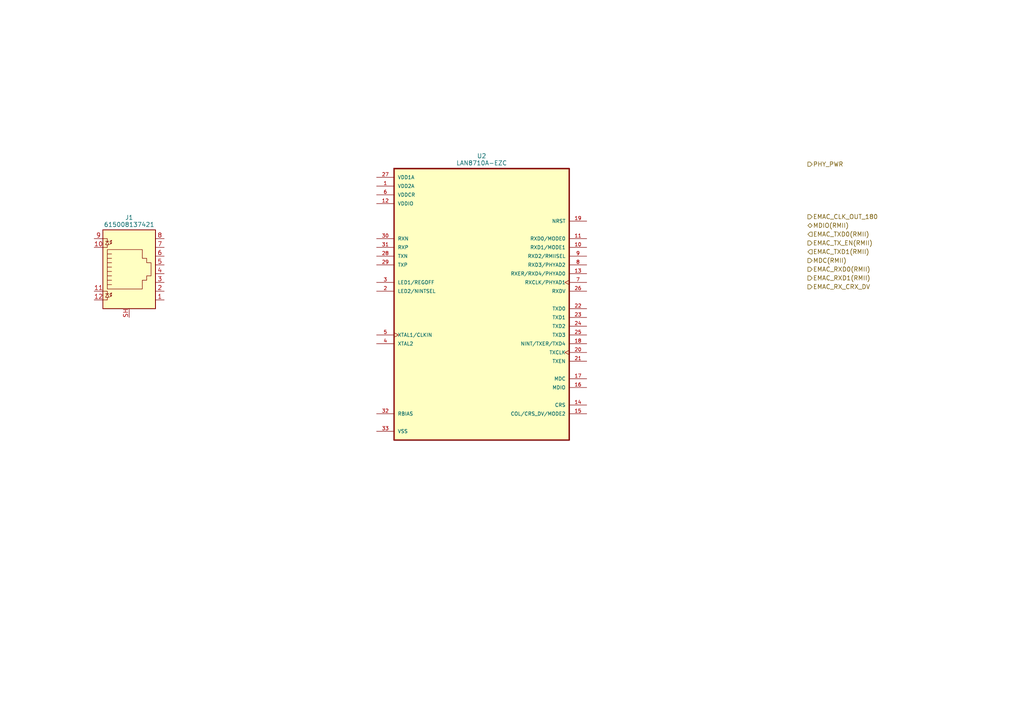
<source format=kicad_sch>
(kicad_sch (version 20230121) (generator eeschema)
  (paper "A4")
  (lib_symbols
    (symbol "manul_tech:615008137421" (pin_names (offset 1.016))
      (property "Reference" "J" (at -5.08 13.97 0))
      (property "Value" "615008137421" (at 1.27 13.97 0))
      (symbol "615008137421_0_1"
        (polyline (pts (xy -7.62 -7.62) (xy -6.35 -7.62)))
        (polyline (pts (xy -7.62 -5.08) (xy -6.35 -5.08)))
        (polyline (pts (xy -7.62 7.62) (xy -6.35 7.62)))
        (polyline (pts (xy -7.62 10.16) (xy -6.35 10.16)))
        (polyline (pts (xy -6.858 -5.842) (xy -5.842 -5.842)))
        (polyline (pts (xy -6.858 9.398) (xy -5.842 9.398)))
        (polyline (pts (xy -6.35 -7.62) (xy -6.35 -6.858)))
        (polyline (pts (xy -6.35 -5.08) (xy -6.35 -5.842)))
        (polyline (pts (xy -6.35 7.62) (xy -6.35 8.382)))
        (polyline (pts (xy -6.35 10.16) (xy -6.35 9.398)))
        (polyline (pts (xy -5.08 -6.223) (xy -5.207 -6.604)))
        (polyline (pts (xy -5.08 -5.588) (xy -5.207 -5.969)))
        (polyline (pts (xy -5.08 4.445) (xy -6.35 4.445)))
        (polyline (pts (xy -5.08 5.715) (xy -6.35 5.715)))
        (polyline (pts (xy -5.08 9.017) (xy -5.207 8.636)))
        (polyline (pts (xy -5.08 9.652) (xy -5.207 9.271)))
        (polyline (pts (xy -6.35 -3.175) (xy -5.08 -3.175) (xy -5.08 -3.175)))
        (polyline (pts (xy -6.35 -1.905) (xy -5.08 -1.905) (xy -5.08 -1.905)))
        (polyline (pts (xy -6.35 -0.635) (xy -5.08 -0.635) (xy -5.08 -0.635)))
        (polyline (pts (xy -6.35 0.635) (xy -5.08 0.635) (xy -5.08 0.635)))
        (polyline (pts (xy -6.35 1.905) (xy -5.08 1.905) (xy -5.08 1.905)))
        (polyline (pts (xy -5.588 -6.731) (xy -5.08 -6.223) (xy -5.461 -6.35)))
        (polyline (pts (xy -5.588 -6.096) (xy -5.08 -5.588) (xy -5.461 -5.715)))
        (polyline (pts (xy -5.588 8.509) (xy -5.08 9.017) (xy -5.461 8.89)))
        (polyline (pts (xy -5.588 9.144) (xy -5.08 9.652) (xy -5.461 9.525)))
        (polyline (pts (xy -5.08 3.175) (xy -6.35 3.175) (xy -6.35 3.175)))
        (polyline (pts (xy -6.35 -5.842) (xy -6.858 -6.858) (xy -5.842 -6.858) (xy -6.35 -5.842)))
        (polyline (pts (xy -6.35 9.398) (xy -6.858 8.382) (xy -5.842 8.382) (xy -6.35 9.398)))
        (polyline (pts (xy -6.35 -4.445) (xy -6.35 6.985) (xy 3.81 6.985) (xy 3.81 4.445) (xy 5.08 4.445) (xy 5.08 3.175) (xy 6.35 3.175) (xy 6.35 -0.635) (xy 5.08 -0.635) (xy 5.08 -1.905) (xy 3.81 -1.905) (xy 3.81 -4.445) (xy -6.35 -4.445) (xy -6.35 -4.445)))
        (rectangle (start 7.62 12.7) (end -7.62 -10.16) (stroke (width 0.254)) (fill (type background)))
      )
      (symbol "615008137421_1_1"
        (pin passive line (at 10.16 -7.62 180) (length 2.54) (name "~") (number "1"))
        (pin passive line (at -10.16 7.62 0) (length 2.54) (name "~") (number "10"))
        (pin passive line (at -10.16 -5.08 0) (length 2.54) (name "~") (number "11"))
        (pin passive line (at -10.16 -7.62 0) (length 2.54) (name "~") (number "12"))
        (pin passive line (at 10.16 -5.08 180) (length 2.54) (name "~") (number "2"))
        (pin passive line (at 10.16 -2.54 180) (length 2.54) (name "~") (number "3"))
        (pin passive line (at 10.16 0 180) (length 2.54) (name "~") (number "4"))
        (pin passive line (at 10.16 2.54 180) (length 2.54) (name "~") (number "5"))
        (pin passive line (at 10.16 5.08 180) (length 2.54) (name "~") (number "6"))
        (pin passive line (at 10.16 7.62 180) (length 2.54) (name "~") (number "7"))
        (pin passive line (at 10.16 10.16 180) (length 2.54) (name "~") (number "8"))
        (pin passive line (at -10.16 10.16 0) (length 2.54) (name "~") (number "9"))
        (pin passive line (at 0 -12.7 90) (length 2.54) (name "~") (number "SH"))
      )
    )
    (symbol "manul_tech:LAN8710A-EZC" (pin_names (offset 1.016))
      (property "Reference" "U" (at -25.4158 41.6629 0))
      (property "Value" "LAN8710A-EZC" (at -25.4436 -42.1575 0))
      (symbol "LAN8710A-EZC_0_0"
        (rectangle (start -25.4 -38.1) (end 25.4 40.64) (stroke (width 0.41)) (fill (type background)))
        (pin power_in line (at 30.48 35.56 180) (length 5.08) (name "VDD2A") (number "1"))
        (pin bidirectional line (at -30.48 17.78 0) (length 5.08) (name "RXD1/MODE1") (number "10"))
        (pin bidirectional line (at -30.48 20.32 0) (length 5.08) (name "RXD0/MODE0") (number "11"))
        (pin power_in line (at 30.48 30.48 180) (length 5.08) (name "VDDIO") (number "12"))
        (pin bidirectional line (at -30.48 10.16 0) (length 5.08) (name "RXER/RXD4/PHYAD0") (number "13"))
        (pin output line (at -30.48 -27.94 0) (length 5.08) (name "CRS") (number "14"))
        (pin bidirectional line (at -30.48 -30.48 0) (length 5.08) (name "COL/CRS_DV/MODE2") (number "15"))
        (pin bidirectional line (at -30.48 -22.86 0) (length 5.08) (name "MDIO") (number "16"))
        (pin bidirectional line (at -30.48 -20.32 0) (length 5.08) (name "MDC") (number "17"))
        (pin bidirectional line (at -30.48 -10.16 0) (length 5.08) (name "NINT/TXER/TXD4") (number "18"))
        (pin bidirectional line (at -30.48 25.4 0) (length 5.08) (name "NRST") (number "19"))
        (pin bidirectional line (at 30.48 5.08 180) (length 5.08) (name "LED2/NINTSEL") (number "2"))
        (pin output clock (at -30.48 -12.7 0) (length 5.08) (name "TXCLK") (number "20"))
        (pin input line (at -30.48 -15.24 0) (length 5.08) (name "TXEN") (number "21"))
        (pin input line (at -30.48 0 0) (length 5.08) (name "TXD0") (number "22"))
        (pin input line (at -30.48 -2.54 0) (length 5.08) (name "TXD1") (number "23"))
        (pin input line (at -30.48 -5.08 0) (length 5.08) (name "TXD2") (number "24"))
        (pin input line (at -30.48 -7.62 0) (length 5.08) (name "TXD3") (number "25"))
        (pin output line (at -30.48 5.08 0) (length 5.08) (name "RXDV") (number "26"))
        (pin power_in line (at 30.48 38.1 180) (length 5.08) (name "VDD1A") (number "27"))
        (pin bidirectional line (at 30.48 15.24 180) (length 5.08) (name "TXN") (number "28"))
        (pin bidirectional line (at 30.48 12.7 180) (length 5.08) (name "TXP") (number "29"))
        (pin bidirectional line (at 30.48 7.62 180) (length 5.08) (name "LED1/REGOFF") (number "3"))
        (pin bidirectional line (at 30.48 20.32 180) (length 5.08) (name "RXN") (number "30"))
        (pin bidirectional line (at 30.48 17.78 180) (length 5.08) (name "RXP") (number "31"))
        (pin passive line (at 30.48 -30.48 180) (length 5.08) (name "RBIAS") (number "32"))
        (pin power_in line (at 30.48 -35.56 180) (length 5.08) (name "VSS") (number "33"))
        (pin bidirectional line (at 30.48 -10.16 180) (length 5.08) (name "XTAL2") (number "4"))
        (pin bidirectional clock (at 30.48 -7.62 180) (length 5.08) (name "XTAL1/CLKIN") (number "5"))
        (pin power_in line (at 30.48 33.02 180) (length 5.08) (name "VDDCR") (number "6"))
        (pin bidirectional clock (at -30.48 7.62 0) (length 5.08) (name "RXCLK/PHYAD1") (number "7"))
        (pin bidirectional line (at -30.48 12.7 0) (length 5.08) (name "RXD3/PHYAD2") (number "8"))
        (pin bidirectional line (at -30.48 15.24 0) (length 5.08) (name "RXD2/RMIISEL") (number "9"))
      )
    )
  )
  (hierarchical_label "EMAC_TXD0(RMII)" (shape input) (at 234.315 67.945 0))
  (hierarchical_label "EMAC_TX_EN(RMII)" (shape output) (at 234.315 70.485 0))
  (hierarchical_label "EMAC_CLK_OUT_180" (shape output) (at 234.315 62.865 0))
  (hierarchical_label "EMAC_RX_CRX_DV" (shape output) (at 234.315 83.185 0))
  (hierarchical_label "EMAC_TXD1(RMII)" (shape input) (at 234.315 73.025 0))
  (hierarchical_label "MDIO(RMII)" (shape bidirectional) (at 234.315 65.405 0))
  (hierarchical_label "MDC(RMII)" (shape output) (at 234.315 75.565 0))
  (hierarchical_label "EMAC_RXD1(RMII)" (shape output) (at 234.315 80.645 0))
  (hierarchical_label "PHY_PWR" (shape output) (at 234.315 47.625 0))
  (hierarchical_label "EMAC_RXD0(RMII)" (shape output) (at 234.315 78.105 0))
  (symbol (lib_id "manul_tech:615008137421") (at 37.465 79.375 0) (unit 1)
    (property "Reference" "J1" (at 37.465 63.095 0))
    (property "Value" "615008137421" (at 37.465 65.143 0))
    (property "Footprint" "manul_tech:615008137421" (effects hide))
  )
  (symbol (lib_id "manul_tech:LAN8710A-EZC") (at 139.7 89.535 0) (mirror y) (unit 1)
    (property "Reference" "U2" (at 139.7 45.237 0))
    (property "Value" "LAN8710A-EZC" (at 139.7 47.285 0))
    (property "Footprint" "manul_tech:QFN50P500X500X100-33N" (effects hide))
    (property "MPN" "LAN8710A-EZC" (effects hide))
    (property "Manufacturer" "Microchip" (effects hide))
  )
)
</source>
